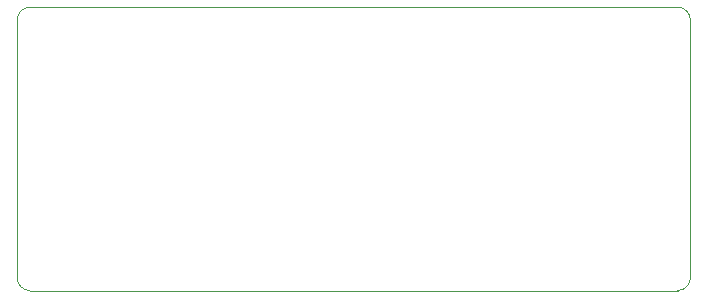
<source format=gbr>
%TF.GenerationSoftware,KiCad,Pcbnew,(5.1.9-0-10_14)*%
%TF.CreationDate,2021-08-27T20:50:13+02:00*%
%TF.ProjectId,HB-SCI-x-MSP,48422d53-4349-42d7-982d-4d53502e6b69,rev?*%
%TF.SameCoordinates,Original*%
%TF.FileFunction,Profile,NP*%
%FSLAX46Y46*%
G04 Gerber Fmt 4.6, Leading zero omitted, Abs format (unit mm)*
G04 Created by KiCad (PCBNEW (5.1.9-0-10_14)) date 2021-08-27 20:50:13*
%MOMM*%
%LPD*%
G01*
G04 APERTURE LIST*
%TA.AperFunction,Profile*%
%ADD10C,0.050000*%
%TD*%
G04 APERTURE END LIST*
D10*
X97910000Y-35000000D02*
G75*
G02*
X98999999Y-36090001I-1J-1090000D01*
G01*
X99000000Y-57910000D02*
G75*
G02*
X97909999Y-58999999I-1090000J1D01*
G01*
X43090000Y-59000000D02*
G75*
G02*
X42000001Y-57909999I1J1090000D01*
G01*
X41999999Y-36089999D02*
G75*
G02*
X43090000Y-35000000I1090000J-1D01*
G01*
X42000001Y-57909999D02*
X41999999Y-36089999D01*
X97909999Y-58999999D02*
X43090000Y-59000000D01*
X98999999Y-36090001D02*
X99000000Y-57910000D01*
X43090000Y-35000000D02*
X97910000Y-35000000D01*
M02*

</source>
